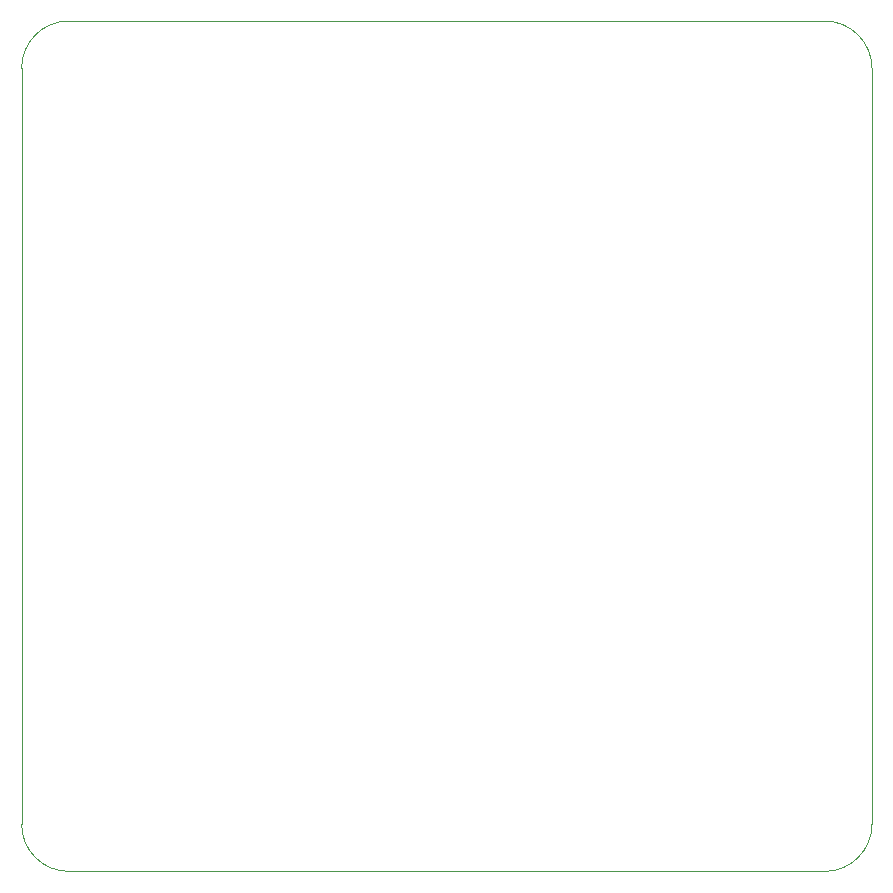
<source format=gbr>
%TF.GenerationSoftware,KiCad,Pcbnew,8.0.0*%
%TF.CreationDate,2024-06-21T16:47:30+05:30*%
%TF.ProjectId,HV_POWER_SUPPLY,48565f50-4f57-4455-925f-535550504c59,rev?*%
%TF.SameCoordinates,Original*%
%TF.FileFunction,Profile,NP*%
%FSLAX46Y46*%
G04 Gerber Fmt 4.6, Leading zero omitted, Abs format (unit mm)*
G04 Created by KiCad (PCBNEW 8.0.0) date 2024-06-21 16:47:30*
%MOMM*%
%LPD*%
G01*
G04 APERTURE LIST*
%TA.AperFunction,Profile*%
%ADD10C,0.050000*%
%TD*%
G04 APERTURE END LIST*
D10*
X55000000Y-106000000D02*
X55000000Y-42000000D01*
X55000000Y-42000000D02*
G75*
G02*
X59000000Y-38000000I4000000J0D01*
G01*
X59000000Y-110000000D02*
G75*
G02*
X55000000Y-106000000I0J4000000D01*
G01*
X127000000Y-42000000D02*
X127000000Y-106000000D01*
X123000000Y-38000000D02*
G75*
G02*
X127000000Y-42000000I0J-4000000D01*
G01*
X127000000Y-106000000D02*
G75*
G02*
X123000000Y-110000000I-4000000J0D01*
G01*
X59000000Y-38000000D02*
X123000000Y-38000000D01*
X123000000Y-110000000D02*
X59000000Y-110000000D01*
M02*

</source>
